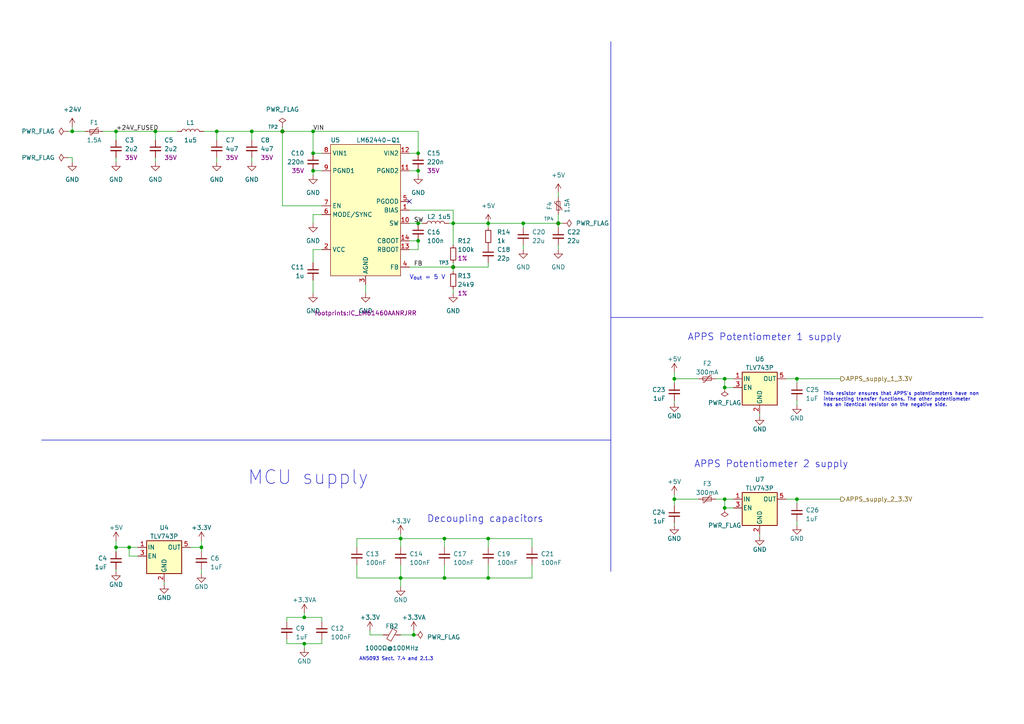
<source format=kicad_sch>
(kicad_sch (version 20230121) (generator eeschema)
  (paper "A4")
  (title_block (title "Power section") (date "2023-03-11") (rev "${REVISION}") (company "Author: Szymon Kostrubiec") (comment 1 "Reviewer:"))
  (lib_symbols
    (symbol "Connector:TestPoint_Small" (pin_numbers hide) (pin_names (offset 0.762) hide)
      (property "Reference" "TP" (at 0 3.81 0))
      (property "Value" "TestPoint_Small" (at 0 2.032 0))
      (symbol "TestPoint_Small_0_1"
        (circle (center 0 0) (radius 0.508))
      )
      (symbol "TestPoint_Small_1_1"
        (pin passive line (at 0 0 90) (length 0) (name "1") (number "1"))
      )
    )
    (symbol "Device:C_Small" (pin_numbers hide) (pin_names (offset 0.254) hide)
      (property "Reference" "C" (at 0.254 1.778 0))
      (property "Value" "C_Small" (at 0.254 -2.032 0))
      (symbol "C_Small_0_1"
        (polyline (pts (xy -1.524 -0.508) (xy 1.524 -0.508)) (stroke (width 0.3302)))
        (polyline (pts (xy -1.524 0.508) (xy 1.524 0.508)) (stroke (width 0.3048)))
      )
      (symbol "C_Small_1_1"
        (pin passive line (at 0 2.54 270) (length 2.032) (name "~") (number "1"))
        (pin passive line (at 0 -2.54 90) (length 2.032) (name "~") (number "2"))
      )
    )
    (symbol "Device:FerriteBead_Small" (pin_numbers hide) (pin_names (offset 0))
      (property "Reference" "FB" (at 1.905 1.27 0))
      (property "Value" "FerriteBead_Small" (at 1.905 -1.27 0))
      (symbol "FerriteBead_Small_0_1"
        (polyline (pts (xy 0 -1.27) (xy 0 -0.7874)))
        (polyline (pts (xy 0 0.889) (xy 0 1.2954)))
        (polyline (pts (xy -1.8288 0.2794) (xy -1.1176 1.4986) (xy 1.8288 -0.2032) (xy 1.1176 -1.4224) (xy -1.8288 0.2794)))
      )
      (symbol "FerriteBead_Small_1_1"
        (pin passive line (at 0 2.54 270) (length 1.27) (name "~") (number "1"))
        (pin passive line (at 0 -2.54 90) (length 1.27) (name "~") (number "2"))
      )
    )
    (symbol "Device:L" (pin_numbers hide) (pin_names (offset 1.016) hide)
      (property "Reference" "L" (at -1.27 0 90))
      (property "Value" "L" (at 1.905 0 90))
      (symbol "L_0_1"
        (arc (start 0 -2.54) (mid 0.6323 -1.905) (end 0 -1.27))
        (arc (start 0 -1.27) (mid 0.6323 -0.635) (end 0 0))
        (arc (start 0 0) (mid 0.6323 0.635) (end 0 1.27))
        (arc (start 0 1.27) (mid 0.6323 1.905) (end 0 2.54))
      )
      (symbol "L_1_1"
        (pin passive line (at 0 3.81 270) (length 1.27) (name "1") (number "1"))
        (pin passive line (at 0 -3.81 90) (length 1.27) (name "2") (number "2"))
      )
    )
    (symbol "Device:Polyfuse_Small" (pin_numbers hide) (pin_names (offset 0))
      (property "Reference" "F" (at -1.905 0 90))
      (property "Value" "Polyfuse_Small" (at 1.905 0 90))
      (symbol "Polyfuse_Small_0_1"
        (rectangle (start -0.508 1.27) (end 0.508 -1.27))
        (polyline (pts (xy 0 2.54) (xy 0 -2.54)))
        (polyline (pts (xy -1.016 1.27) (xy -1.016 0.762) (xy 1.016 -0.762) (xy 1.016 -1.27)))
      )
      (symbol "Polyfuse_Small_1_1"
        (pin passive line (at 0 2.54 270) (length 0.635) (name "~") (number "1"))
        (pin passive line (at 0 -2.54 90) (length 0.635) (name "~") (number "2"))
      )
    )
    (symbol "Device:R_Small" (pin_numbers hide) (pin_names (offset 0.254) hide)
      (property "Reference" "R" (at 0.762 0.508 0))
      (property "Value" "R_Small" (at 0.762 -1.016 0))
      (symbol "R_Small_0_1"
        (rectangle (start -0.762 1.778) (end 0.762 -1.778) (stroke (width 0.2032)))
      )
      (symbol "R_Small_1_1"
        (pin passive line (at 0 2.54 270) (length 0.762) (name "~") (number "1"))
        (pin passive line (at 0 -2.54 90) (length 0.762) (name "~") (number "2"))
      )
    )
    (symbol "LM62440:LM62440"
      (property "Reference" "U" (at -10.16 20.32 0))
      (property "Value" "LM62440x" (at 10.16 20.32 0))
      (symbol "LM62440_0_1"
        (rectangle (start -10.16 19.05) (end 10.16 -19.05) (fill (type background)))
      )
      (symbol "LM62440_1_1"
        (pin power_in line (at 12.7 0 180) (length 2.54) (name "BIAS") (number "1"))
        (pin output line (at 12.7 -3.81 180) (length 2.54) (name "SW") (number "10"))
        (pin power_in line (at 12.7 11.43 180) (length 2.54) (name "PGND2") (number "11"))
        (pin power_in line (at 12.7 16.51 180) (length 2.54) (name "VIN2") (number "12"))
        (pin bidirectional line (at 12.7 -11.43 180) (length 2.54) (name "RBOOT") (number "13"))
        (pin bidirectional line (at 12.7 -8.89 180) (length 2.54) (name "CBOOT") (number "14"))
        (pin passive line (at -12.7 -11.43 0) (length 2.54) (name "VCC") (number "2"))
        (pin power_in line (at 0 -21.59 90) (length 2.54) (name "AGND") (number "3"))
        (pin input line (at 12.7 -16.51 180) (length 2.54) (name "FB") (number "4"))
        (pin output line (at 12.7 2.54 180) (length 2.54) (name "PGOOD") (number "5"))
        (pin input line (at -12.7 -1.27 0) (length 2.54) (name "MODE/SYNC") (number "6"))
        (pin input line (at -12.7 1.27 0) (length 2.54) (name "EN") (number "7"))
        (pin power_in line (at -12.7 16.51 0) (length 2.54) (name "VIN1") (number "8"))
        (pin power_in line (at -12.7 11.43 0) (length 2.54) (name "PGND1") (number "9"))
      )
    )
    (symbol "Regulator_Linear:TLV73330PDBV" (pin_names (offset 0.254))
      (property "Reference" "U" (at -3.81 5.715 0))
      (property "Value" "TLV73330PDBV" (at 0 5.715 0))
      (symbol "TLV73330PDBV_0_1"
        (rectangle (start -5.08 4.445) (end 5.08 -5.08) (stroke (width 0.254)) (fill (type background)))
      )
      (symbol "TLV73330PDBV_1_1"
        (pin power_in line (at -7.62 2.54 0) (length 2.54) (name "IN") (number "1"))
        (pin power_in line (at 0 -7.62 90) (length 2.54) (name "GND") (number "2"))
        (pin input line (at -7.62 0 0) (length 2.54) (name "EN") (number "3"))
        (pin no_connect line (at 5.08 0 180) (length 2.54) hide (name "NC") (number "4"))
        (pin power_out line (at 7.62 2.54 180) (length 2.54) (name "OUT") (number "5"))
      )
    )
    (symbol "power:+24V" (power) (pin_names (offset 0))
      (property "Value" "+24V" (at 0 3.556 0))
      (symbol "+24V_0_1"
        (polyline (pts (xy -0.762 1.27) (xy 0 2.54)))
        (polyline (pts (xy 0 0) (xy 0 2.54)))
        (polyline (pts (xy 0 2.54) (xy 0.762 1.27)))
      )
      (symbol "+24V_1_1"
        (pin power_in line (at 0 0 90) (length 0) hide (name "+24V") (number "1"))
      )
    )
    (symbol "power:+3.3V" (power) (pin_names (offset 0))
      (property "Value" "+3.3V" (at 0 3.556 0))
      (symbol "+3.3V_0_1"
        (polyline (pts (xy -0.762 1.27) (xy 0 2.54)))
        (polyline (pts (xy 0 0) (xy 0 2.54)))
        (polyline (pts (xy 0 2.54) (xy 0.762 1.27)))
      )
      (symbol "+3.3V_1_1"
        (pin power_in line (at 0 0 90) (length 0) hide (name "+3.3V") (number "1"))
      )
    )
    (symbol "power:+3.3VA" (power) (pin_names (offset 0))
      (property "Value" "+3.3VA" (at 0 3.556 0))
      (symbol "+3.3VA_0_1"
        (polyline (pts (xy -0.762 1.27) (xy 0 2.54)))
        (polyline (pts (xy 0 0) (xy 0 2.54)))
        (polyline (pts (xy 0 2.54) (xy 0.762 1.27)))
      )
      (symbol "+3.3VA_1_1"
        (pin power_in line (at 0 0 90) (length 0) hide (name "+3.3VA") (number "1"))
      )
    )
    (symbol "power:+5V" (power) (pin_names (offset 0))
      (property "Value" "+5V" (at 0 3.556 0))
      (symbol "+5V_0_1"
        (polyline (pts (xy -0.762 1.27) (xy 0 2.54)))
        (polyline (pts (xy 0 0) (xy 0 2.54)))
        (polyline (pts (xy 0 2.54) (xy 0.762 1.27)))
      )
      (symbol "+5V_1_1"
        (pin power_in line (at 0 0 90) (length 0) hide (name "+5V") (number "1"))
      )
    )
    (symbol "power:GND" (power) (pin_names (offset 0))
      (property "Value" "GND" (at 0 -3.81 0))
      (symbol "GND_0_1"
        (polyline (pts (xy 0 0) (xy 0 -1.27) (xy 1.27 -1.27) (xy 0 -2.54) (xy -1.27 -1.27) (xy 0 -1.27)))
      )
      (symbol "GND_1_1"
        (pin power_in line (at 0 0 270) (length 0) hide (name "GND") (number "1"))
      )
    )
    (symbol "power:PWR_FLAG" (power) (pin_numbers hide) (pin_names (offset 0) hide)
      (property "Value" "PWR_FLAG" (at 0 3.81 0))
      (symbol "PWR_FLAG_0_0"
        (pin power_out line (at 0 0 90) (length 0) (name "pwr") (number "1"))
      )
      (symbol "PWR_FLAG_0_1"
        (polyline (pts (xy 0 0) (xy 0 1.27) (xy -1.016 1.905) (xy 0 2.54) (xy 1.016 1.905) (xy 0 1.27)))
      )
    )
  )
  (junction (at 62.865 38.1))
  (junction (at 141.605 167.64))
  (junction (at 210.185 147.32))
  (junction (at 37.465 158.75))
  (junction (at 20.955 38.1))
  (junction (at 128.905 167.64))
  (junction (at 58.42 158.75))
  (junction (at 90.805 49.53))
  (junction (at 120.015 184.15))
  (junction (at 33.655 158.75))
  (junction (at 88.265 179.07))
  (junction (at 81.915 38.1))
  (junction (at 141.605 64.77))
  (junction (at 210.185 109.855))
  (junction (at 90.805 38.1))
  (junction (at 121.285 44.45))
  (junction (at 90.805 44.45))
  (junction (at 73.025 38.1))
  (junction (at 116.205 167.64))
  (junction (at 161.925 64.77))
  (junction (at 121.285 64.77))
  (junction (at 45.085 38.1))
  (junction (at 131.445 77.47))
  (junction (at 195.58 144.78))
  (junction (at 231.14 144.78))
  (junction (at 88.265 186.69))
  (junction (at 121.285 49.53))
  (junction (at 231.14 109.855))
  (junction (at 210.185 112.395))
  (junction (at 195.58 109.855))
  (junction (at 121.285 69.85))
  (junction (at 151.765 64.77))
  (junction (at 116.205 156.21))
  (junction (at 33.655 38.1))
  (junction (at 210.185 144.78))
  (junction (at 131.445 64.77))
  (junction (at 128.905 156.21))
  (junction (at 141.605 156.21))
  (no_connect (at 118.745 58.42))
  (wire (pts (xy 81.915 59.69) (xy 81.915 38.1)))
  (wire (pts (xy 90.805 76.2) (xy 90.805 72.39)))
  (wire (pts (xy 227.965 144.78) (xy 231.14 144.78)))
  (wire (pts (xy 131.445 60.96) (xy 131.445 64.77)))
  (wire (pts (xy 220.345 120.015) (xy 220.345 120.65)))
  (wire (pts (xy 210.185 144.78) (xy 210.185 147.32)))
  (wire (pts (xy 103.505 167.64) (xy 103.505 163.83)))
  (wire (pts (xy 141.605 64.77) (xy 151.765 64.77)))
  (wire (pts (xy 195.58 116.205) (xy 195.58 116.84)))
  (wire (pts (xy 83.185 185.42) (xy 83.185 186.69)))
  (wire (pts (xy 151.765 64.77) (xy 151.765 66.04)))
  (wire (pts (xy 88.265 177.8) (xy 88.265 179.07)))
  (wire (pts (xy 83.185 179.07) (xy 88.265 179.07)))
  (wire (pts (xy 73.025 45.72) (xy 73.025 46.99)))
  (wire (pts (xy 58.42 158.75) (xy 58.42 160.02)))
  (wire (pts (xy 141.605 64.77) (xy 141.605 66.04)))
  (wire (pts (xy 107.315 184.15) (xy 111.125 184.15)))
  (polyline (pts (xy 177.165 127.635) (xy 177.165 92.075)))
  (wire (pts (xy 20.955 45.72) (xy 20.955 46.99)))
  (wire (pts (xy 33.655 38.1) (xy 45.085 38.1)))
  (wire (pts (xy 195.58 107.95) (xy 195.58 109.855)))
  (wire (pts (xy 81.915 38.1) (xy 90.805 38.1)))
  (wire (pts (xy 195.58 111.125) (xy 195.58 109.855)))
  (wire (pts (xy 231.14 151.13) (xy 231.14 152.4)))
  (wire (pts (xy 81.915 59.69) (xy 93.345 59.69)))
  (polyline (pts (xy 177.165 12.065) (xy 177.165 92.075)))
  (wire (pts (xy 231.14 116.205) (xy 231.14 117.475)))
  (wire (pts (xy 161.925 71.12) (xy 161.925 72.39)))
  (wire (pts (xy 118.745 64.77) (xy 121.285 64.77)))
  (wire (pts (xy 90.805 62.23) (xy 93.345 62.23)))
  (wire (pts (xy 47.625 168.91) (xy 47.625 169.545)))
  (wire (pts (xy 90.805 72.39) (xy 93.345 72.39)))
  (wire (pts (xy 131.445 64.77) (xy 131.445 71.12)))
  (wire (pts (xy 141.605 167.64) (xy 128.905 167.64)))
  (wire (pts (xy 107.315 182.88) (xy 107.315 184.15)))
  (wire (pts (xy 45.085 38.1) (xy 51.435 38.1)))
  (wire (pts (xy 19.685 45.72) (xy 20.955 45.72)))
  (wire (pts (xy 131.445 83.82) (xy 131.445 85.09)))
  (wire (pts (xy 90.805 38.1) (xy 90.805 44.45)))
  (wire (pts (xy 55.245 158.75) (xy 58.42 158.75)))
  (wire (pts (xy 83.185 180.34) (xy 83.185 179.07)))
  (wire (pts (xy 151.765 64.77) (xy 161.925 64.77)))
  (wire (pts (xy 45.085 38.1) (xy 45.085 40.64)))
  (wire (pts (xy 88.265 179.07) (xy 93.345 179.07)))
  (wire (pts (xy 62.865 38.1) (xy 73.025 38.1)))
  (wire (pts (xy 227.965 109.855) (xy 231.14 109.855)))
  (wire (pts (xy 45.085 45.72) (xy 45.085 46.99)))
  (wire (pts (xy 128.905 163.83) (xy 128.905 167.64)))
  (wire (pts (xy 33.655 158.75) (xy 37.465 158.75)))
  (wire (pts (xy 118.745 69.85) (xy 121.285 69.85)))
  (wire (pts (xy 141.605 156.21) (xy 141.605 158.75)))
  (wire (pts (xy 118.745 60.96) (xy 131.445 60.96)))
  (wire (pts (xy 93.345 186.69) (xy 93.345 185.42)))
  (wire (pts (xy 116.205 163.83) (xy 116.205 167.64)))
  (wire (pts (xy 210.185 144.78) (xy 212.725 144.78)))
  (wire (pts (xy 116.205 154.94) (xy 116.205 156.21)))
  (wire (pts (xy 207.645 144.78) (xy 210.185 144.78)))
  (wire (pts (xy 121.285 72.39) (xy 121.285 69.85)))
  (wire (pts (xy 231.14 144.78) (xy 231.14 146.05)))
  (wire (pts (xy 195.58 144.78) (xy 195.58 146.685)))
  (wire (pts (xy 154.305 163.83) (xy 154.305 167.64)))
  (wire (pts (xy 154.305 158.75) (xy 154.305 156.21)))
  (wire (pts (xy 103.505 156.21) (xy 116.205 156.21)))
  (wire (pts (xy 195.58 151.765) (xy 195.58 152.4)))
  (wire (pts (xy 121.285 44.45) (xy 118.745 44.45)))
  (wire (pts (xy 116.205 156.21) (xy 128.905 156.21)))
  (wire (pts (xy 161.925 62.23) (xy 161.925 64.77)))
  (wire (pts (xy 88.265 186.69) (xy 88.265 187.96)))
  (wire (pts (xy 131.445 64.77) (xy 141.605 64.77)))
  (wire (pts (xy 128.905 167.64) (xy 116.205 167.64)))
  (wire (pts (xy 207.645 109.855) (xy 210.185 109.855)))
  (wire (pts (xy 118.745 77.47) (xy 131.445 77.47)))
  (wire (pts (xy 90.805 81.28) (xy 90.805 85.09)))
  (wire (pts (xy 33.655 160.02) (xy 33.655 158.75)))
  (wire (pts (xy 33.655 38.1) (xy 33.655 40.64)))
  (wire (pts (xy 131.445 78.74) (xy 131.445 77.47)))
  (wire (pts (xy 90.805 49.53) (xy 90.805 50.8)))
  (wire (pts (xy 121.285 49.53) (xy 121.285 50.8)))
  (wire (pts (xy 116.205 184.15) (xy 120.015 184.15)))
  (polyline (pts (xy 177.165 165.735) (xy 177.165 127.635)))
  (wire (pts (xy 90.805 49.53) (xy 93.345 49.53)))
  (wire (pts (xy 220.345 154.94) (xy 220.345 155.575)))
  (wire (pts (xy 62.865 38.1) (xy 62.865 40.64)))
  (wire (pts (xy 130.175 64.77) (xy 131.445 64.77)))
  (wire (pts (xy 118.745 72.39) (xy 121.285 72.39)))
  (wire (pts (xy 154.305 167.64) (xy 141.605 167.64)))
  (wire (pts (xy 19.685 38.1) (xy 20.955 38.1)))
  (wire (pts (xy 210.185 109.855) (xy 210.185 112.395)))
  (wire (pts (xy 195.58 143.51) (xy 195.58 144.78)))
  (polyline (pts (xy 177.165 92.075) (xy 285.115 92.075)))
  (wire (pts (xy 58.42 165.1) (xy 58.42 166.37)))
  (wire (pts (xy 154.305 156.21) (xy 141.605 156.21)))
  (wire (pts (xy 33.655 45.72) (xy 33.655 46.99)))
  (wire (pts (xy 212.725 112.395) (xy 210.185 112.395)))
  (wire (pts (xy 195.58 144.78) (xy 202.565 144.78)))
  (wire (pts (xy 58.42 156.845) (xy 58.42 158.75)))
  (wire (pts (xy 90.805 38.1) (xy 121.285 38.1)))
  (wire (pts (xy 81.915 36.83) (xy 81.915 38.1)))
  (wire (pts (xy 33.655 165.1) (xy 33.655 165.735)))
  (wire (pts (xy 73.025 38.1) (xy 73.025 40.64)))
  (wire (pts (xy 106.045 82.55) (xy 106.045 85.09)))
  (wire (pts (xy 195.58 109.855) (xy 202.565 109.855)))
  (wire (pts (xy 231.14 109.855) (xy 231.14 111.125)))
  (wire (pts (xy 93.345 179.07) (xy 93.345 180.34)))
  (wire (pts (xy 131.445 76.2) (xy 131.445 77.47)))
  (wire (pts (xy 121.285 38.1) (xy 121.285 44.45)))
  (wire (pts (xy 59.055 38.1) (xy 62.865 38.1)))
  (wire (pts (xy 161.925 64.77) (xy 161.925 66.04)))
  (wire (pts (xy 231.14 109.855) (xy 243.84 109.855)))
  (wire (pts (xy 37.465 158.75) (xy 37.465 161.29)))
  (wire (pts (xy 210.185 109.855) (xy 212.725 109.855)))
  (wire (pts (xy 141.605 163.83) (xy 141.605 167.64)))
  (wire (pts (xy 128.905 156.21) (xy 141.605 156.21)))
  (wire (pts (xy 120.015 184.15) (xy 120.015 182.88)))
  (wire (pts (xy 161.925 64.77) (xy 163.195 64.77)))
  (wire (pts (xy 141.605 76.2) (xy 141.605 77.47)))
  (wire (pts (xy 128.905 156.21) (xy 128.905 158.75)))
  (wire (pts (xy 88.265 186.69) (xy 93.345 186.69)))
  (wire (pts (xy 116.205 156.21) (xy 116.205 158.75)))
  (wire (pts (xy 116.205 167.64) (xy 116.205 170.18)))
  (wire (pts (xy 118.745 49.53) (xy 121.285 49.53)))
  (wire (pts (xy 73.025 38.1) (xy 81.915 38.1)))
  (wire (pts (xy 161.925 55.88) (xy 161.925 57.15)))
  (wire (pts (xy 231.14 144.78) (xy 243.84 144.78)))
  (wire (pts (xy 20.955 38.1) (xy 24.765 38.1)))
  (wire (pts (xy 151.765 71.12) (xy 151.765 72.39)))
  (wire (pts (xy 212.725 147.32) (xy 210.185 147.32)))
  (polyline (pts (xy 12.065 127.635) (xy 177.165 127.635)))
  (wire (pts (xy 29.845 38.1) (xy 33.655 38.1)))
  (wire (pts (xy 20.955 36.83) (xy 20.955 38.1)))
  (wire (pts (xy 40.005 161.29) (xy 37.465 161.29)))
  (wire (pts (xy 62.865 45.72) (xy 62.865 46.99)))
  (wire (pts (xy 122.555 64.77) (xy 121.285 64.77)))
  (wire (pts (xy 33.655 156.845) (xy 33.655 158.75)))
  (wire (pts (xy 103.505 158.75) (xy 103.505 156.21)))
  (wire (pts (xy 141.605 77.47) (xy 131.445 77.47)))
  (wire (pts (xy 93.345 44.45) (xy 90.805 44.45)))
  (wire (pts (xy 90.805 64.77) (xy 90.805 62.23)))
  (wire (pts (xy 116.205 167.64) (xy 103.505 167.64)))
  (wire (pts (xy 37.465 158.75) (xy 40.005 158.75)))
  (wire (pts (xy 83.185 186.69) (xy 88.265 186.69)))
  (image (at -68.58 57.785) (scale 1.50772))
  (text "APPS Potentiometer 2 supply" (at 201.295 135.89 0) (effects (font (size 2 2)) (justify left bottom)))
  (text "V_{out} = 5 V" (at 118.745 81.28 0) (effects (font (size 1.27 1.27)) (justify left bottom)))
  (text "Decoupling capacitors" (at 123.825 151.765 0) (effects (font (size 2 2)) (justify left bottom)))
  (text "AN5093 Sect. 7.4 and 2.1.3" (at 104.14 191.77 0) (effects (font (size 1 1)) (justify left bottom)))
  (text "This resistor ensures that APPS's potentiometers have non \nintersecting transfer functions. The other potentiometer \nhas an identical resistor on the negative side." (at 238.76 118.11 0) (effects (font (size 1 1)) (justify left bottom)))
  (text "APPS Potentiometer 1 supply" (at 199.39 99.06 0) (effects (font (size 2 2)) (justify left bottom)))
  (text "MCU supply" (at 71.755 140.97 0) (effects (font (size 4 4)) (justify left bottom)))
  (label "VIN" (at 90.805 38.1 0))
  (label "FB" (at 120.015 77.47 0))
  (label "+24V_FUSED" (at 33.655 38.1 0))
  (label "SW" (at 120.015 64.77 0))
  (hierarchical_label "APPS_supply_2_3.3V" (shape output) (at 243.84 144.78 0))
  (hierarchical_label "APPS_supply_1_3.3V" (shape output) (at 243.84 109.855 0))
  (symbol (lib_id "power:PWR_FLAG") (at 163.195 64.77 270) (unit 1)
    (property "Reference" "#FLG06" (effects hide))
    (property "Value" "PWR_FLAG" (at 167.005 64.77 90) (effects (justify left)))
  )
  (symbol (lib_id "power:PWR_FLAG") (at 210.185 112.395 180) (unit 1)
    (property "Reference" "#FLG07" (effects hide))
    (property "Value" "PWR_FLAG" (at 210.185 116.84 0))
  )
  (symbol (lib_id "Device:C_Small") (at 90.805 78.74 0) (unit 1)
    (property "Reference" "C11" (at 88.265 77.47 0) (effects (justify right)))
    (property "Value" "1u" (at 88.265 80.01 0) (effects (justify right)))
    (property "Footprint" "Capacitor_SMD:C_0603_1608Metric" (effects hide))
  )
  (symbol (lib_id "power:GND") (at 121.285 50.8 0) (unit 1)
    (property "Reference" "#PWR047" (effects hide))
    (property "Value" "GND" (at 121.285 55.88 0))
  )
  (symbol (lib_id "Device:C_Small") (at 33.655 162.56 0) (mirror y) (unit 1)
    (property "Reference" "C4" (at 31.115 161.9313 0) (effects (justify left)))
    (property "Value" "1uF" (at 31.115 164.4713 0) (effects (justify left)))
    (property "Footprint" "Capacitor_SMD:C_0402_1005Metric_Pad0.74x0.62mm_HandSolder" (effects hide))
  )
  (symbol (lib_id "Device:C_Small") (at 195.58 113.665 0) (mirror y) (unit 1)
    (property "Reference" "C23" (at 193.04 113.0363 0) (effects (justify left)))
    (property "Value" "1uF" (at 193.04 115.5763 0) (effects (justify left)))
    (property "Footprint" "Capacitor_SMD:C_0402_1005Metric_Pad0.74x0.62mm_HandSolder" (effects hide))
  )
  (symbol (lib_id "power:+5V") (at 141.605 64.77 0) (unit 1)
    (property "Reference" "#PWR0197" (effects hide))
    (property "Value" "+5V" (at 141.605 59.69 0))
  )
  (symbol (lib_id "Regulator_Linear:TLV73330PDBV") (at 220.345 147.32 0) (unit 1)
    (property "Reference" "U7" (at 220.345 139.065 0))
    (property "Value" "TLV743P" (at 220.345 141.605 0))
    (property "Footprint" "Package_TO_SOT_SMD:SOT-23-5_HandSoldering" (effects hide))
    (property "Datasheet" "https://www.mouser.pl/ProductDetail/Texas-Instruments/TLV74333PDBVR?qs=EU6FO9ffTwe08kePOwcQGA%3D%3D" (effects hide))
  )
  (symbol (lib_id "power:GND") (at 90.805 50.8 0) (unit 1)
    (property "Reference" "#PWR039" (effects hide))
    (property "Value" "GND" (at 90.805 55.88 0))
    (instances (project "PUTM_EV_Frontbox_2023" (path "" (reference "#PWR039") (unit 1))) (project "suspension_tension_meter" (path "" (reference "#PWR?") (unit 1))))
  )
  (symbol (lib_id "Device:C_Small") (at 116.205 161.29 0) (unit 1)
    (property "Reference" "C14" (at 118.745 160.6613 0) (effects (justify left)))
    (property "Value" "100nF" (at 118.745 163.2013 0) (effects (justify left)))
    (property "Footprint" "Capacitor_SMD:C_0402_1005Metric_Pad0.74x0.62mm_HandSolder" (effects hide))
  )
  (symbol (lib_id "Device:C_Small") (at 33.655 43.18 0) (mirror y) (unit 1)
    (property "Reference" "C3" (at 36.195 40.64 0) (effects (justify right)))
    (property "Value" "2u2" (at 36.195 43.18 0) (effects (justify right)))
    (property "Footprint" "Capacitor_SMD:C_0805_2012Metric" (effects hide))
    (property "Rated Voltage" "35V" (at 36.195 45.72 0) (effects (justify right)))
  )
  (symbol (lib_id "power:+3.3VA") (at 120.015 182.88 0) (unit 1)
    (property "Reference" "#PWR046" (effects hide))
    (property "Value" "+3.3VA" (at 120.015 179.07 0))
  )
  (symbol (lib_id "Connector:TestPoint_Small") (at 161.925 64.77 0) (unit 1)
    (property "Reference" "TP4" (at 160.655 63.5 0) (effects (font (size 1 1)) (justify right)))
    (property "Value" "TestPoint_Small" (effects hide))
    (property "Footprint" "TestPoint:TestPoint_Pad_D1.0mm" (effects hide))
  )
  (symbol (lib_id "Regulator_Linear:TLV73330PDBV") (at 47.625 161.29 0) (unit 1)
    (property "Reference" "U4" (at 47.625 153.035 0))
    (property "Value" "TLV743P" (at 47.625 155.575 0))
    (property "Footprint" "Package_TO_SOT_SMD:SOT-23-5_HandSoldering" (effects hide))
    (property "Datasheet" "https://www.mouser.pl/ProductDetail/Texas-Instruments/TLV74333PDBVR?qs=EU6FO9ffTwe08kePOwcQGA%3D%3D" (effects hide))
  )
  (symbol (lib_id "power:GND") (at 116.205 170.18 0) (unit 1)
    (property "Reference" "#PWR045" (effects hide))
    (property "Value" "GND" (at 116.205 173.99 0))
  )
  (symbol (lib_id "power:GND") (at 106.045 85.09 0) (unit 1)
    (property "Reference" "#PWR042" (effects hide))
    (property "Value" "GND" (at 106.045 90.17 0))
    (instances (project "PUTM_EV_Frontbox_2023" (path "" (reference "#PWR042") (unit 1))) (project "suspension_tension_meter" (path "" (reference "#PWR?") (unit 1))))
  )
  (symbol (lib_id "Device:Polyfuse_Small") (at 27.305 38.1 90) (unit 1)
    (property "Reference" "F1" (at 27.305 35.56 90))
    (property "Value" "1.5A" (at 27.305 40.64 90))
    (property "Footprint" "Fuse:Fuse_1812_4532Metric" (effects hide))
    (property "Datasheet" "https://www.mouser.pl/datasheet/2/87/eaton_pts1812_6_60_volt_dc_surface_mount_resettabl-1608747.pdf" (effects hide))
    (property "Component" "PTS181233V075" (effects hide))
    (instances (project "PUTM_EV_Frontbox_2023" (path "" (reference "F1") (unit 1))) (project "suspension_tension_meter" (path "" (reference "F?") (unit 1))))
  )
  (symbol (lib_id "Device:R_Small") (at 141.605 68.58 0) (unit 1)
    (property "Reference" "R14" (at 144.145 67.31 0) (effects (justify left)))
    (property "Value" "1k" (at 144.145 69.85 0) (effects (justify left)))
    (property "Footprint" "Resistor_SMD:R_0603_1608Metric" (effects hide))
  )
  (symbol (lib_id "power:GND") (at 231.14 152.4 0) (unit 1)
    (property "Reference" "#PWR059" (effects hide))
    (property "Value" "GND" (at 231.14 156.21 0))
  )
  (symbol (lib_id "Device:L") (at 55.245 38.1 90) (unit 1)
    (property "Reference" "L1" (at 55.245 35.56 90))
    (property "Value" "1u5" (at 55.245 40.64 90))
    (property "Footprint" "Inductor_SMD:L_Abracon_ASPI-4030S" (effects hide))
    (property "Datasheet" "https://www.mouser.pl/datasheet/2/3/ASPI-4030S-1774929.pdf" (effects hide))
  )
  (symbol (lib_id "Device:L") (at 126.365 64.77 90) (unit 1)
    (property "Reference" "L2" (at 125.095 62.865 90))
    (property "Value" "1u5" (at 128.905 62.865 90))
    (property "Footprint" "Inductor_SMD:L_Abracon_ASPI-4030S" (effects hide))
    (property "Datasheet" "https://www.mouser.pl/datasheet/2/3/ASPI-4030S-1774929.pdf" (effects hide))
  )
  (symbol (lib_id "power:GND") (at 220.345 155.575 0) (unit 1)
    (property "Reference" "#PWR057" (effects hide))
    (property "Value" "GND" (at 220.345 159.385 0))
  )
  (symbol (lib_id "power:PWR_FLAG") (at 120.015 184.15 270) (unit 1)
    (property "Reference" "#FLG05" (effects hide))
    (property "Value" "PWR_FLAG" (at 123.825 184.785 90) (effects (justify left)))
  )
  (symbol (lib_id "power:+3.3V") (at 58.42 156.845 0) (unit 1)
    (property "Reference" "#PWR033" (effects hide))
    (property "Value" "+3.3V" (at 58.42 153.035 0))
  )
  (symbol (lib_id "power:GND") (at 90.805 64.77 0) (unit 1)
    (property "Reference" "#PWR040" (effects hide))
    (property "Value" "GND" (at 90.805 69.85 0))
  )
  (symbol (lib_id "Device:Polyfuse_Small") (at 205.105 144.78 90) (unit 1)
    (property "Reference" "F3" (at 205.105 140.335 90))
    (property "Value" "300mA" (at 205.105 142.875 90))
    (property "Footprint" "Fuse:Fuse_0603_1608Metric_Pad1.05x0.95mm_HandSolder" (effects hide))
    (property "Datasheet" "https://www.mouser.pl/datasheet/2/447/YAGO_S_A0011407805_1-2572780.pdf" (effects hide))
  )
  (symbol (lib_id "Device:Polyfuse_Small") (at 161.925 59.69 180) (unit 1)
    (property "Reference" "F4" (at 159.385 59.69 90))
    (property "Value" "1.5A" (at 164.465 59.69 90))
    (property "Footprint" "Fuse:Fuse_1812_4532Metric" (effects hide))
    (property "Datasheet" "https://www.mouser.pl/datasheet/2/87/eaton_pts1812_6_60_volt_dc_surface_mount_resettabl-1608747.pdf" (effects hide))
    (property "Component" "PTS181233V075" (effects hide))
  )
  (symbol (lib_id "Device:C_Small") (at 62.865 43.18 0) (mirror y) (unit 1)
    (property "Reference" "C7" (at 65.405 40.64 0) (effects (justify right)))
    (property "Value" "4u7" (at 65.405 43.18 0) (effects (justify right)))
    (property "Footprint" "Capacitor_SMD:C_0805_2012Metric" (effects hide))
    (property "Rated Voltage" "35V" (at 65.405 45.72 0) (effects (justify right)))
  )
  (symbol (lib_id "Device:C_Small") (at 151.765 68.58 0) (mirror y) (unit 1)
    (property "Reference" "C20" (at 154.305 67.31 0) (effects (justify right)))
    (property "Value" "22u" (at 154.305 69.85 0) (effects (justify right)))
    (property "Footprint" "Capacitor_SMD:C_0603_1608Metric" (effects hide))
  )
  (symbol (lib_id "Device:C_Small") (at 45.085 43.18 0) (mirror y) (unit 1)
    (property "Reference" "C5" (at 47.625 40.64 0) (effects (justify right)))
    (property "Value" "2u2" (at 47.625 43.18 0) (effects (justify right)))
    (property "Footprint" "Capacitor_SMD:C_0805_2012Metric" (effects hide))
    (property "Rated Voltage" "35V" (at 47.625 45.72 0) (effects (justify right)))
  )
  (symbol (lib_id "Device:C_Small") (at 161.925 68.58 0) (mirror y) (unit 1)
    (property "Reference" "C22" (at 164.465 67.31 0) (effects (justify right)))
    (property "Value" "22u" (at 164.465 69.85 0) (effects (justify right)))
    (property "Footprint" "Capacitor_SMD:C_0603_1608Metric" (effects hide))
  )
  (symbol (lib_id "Device:C_Small") (at 141.605 161.29 0) (unit 1)
    (property "Reference" "C19" (at 144.145 160.6613 0) (effects (justify left)))
    (property "Value" "100nF" (at 144.145 163.2013 0) (effects (justify left)))
    (property "Footprint" "Capacitor_SMD:C_0402_1005Metric_Pad0.74x0.62mm_HandSolder" (effects hide))
  )
  (symbol (lib_id "Connector:TestPoint_Small") (at 131.445 77.47 0) (unit 1)
    (property "Reference" "TP3" (at 130.175 76.2 0) (effects (font (size 1 1)) (justify right)))
    (property "Value" "TestPoint_Small" (effects hide))
    (property "Footprint" "TestPoint:TestPoint_Pad_D1.0mm" (effects hide))
  )
  (symbol (lib_id "power:+5V") (at 33.655 156.845 0) (unit 1)
    (property "Reference" "#PWR029" (effects hide))
    (property "Value" "+5V" (at 33.655 153.035 0))
  )
  (symbol (lib_id "Device:C_Small") (at 121.285 46.99 0) (mirror y) (unit 1)
    (property "Reference" "C15" (at 123.825 44.45 0) (effects (justify right)))
    (property "Value" "220n" (at 123.825 46.99 0) (effects (justify right)))
    (property "Footprint" "Capacitor_SMD:C_0805_2012Metric" (effects hide))
    (property "Rated Voltage" "35V" (at 123.825 49.53 0) (effects (justify right)))
  )
  (symbol (lib_id "power:GND") (at 131.445 85.09 0) (unit 1)
    (property "Reference" "#PWR048" (effects hide))
    (property "Value" "GND" (at 131.445 90.17 0))
    (instances (project "PUTM_EV_Frontbox_2023" (path "" (reference "#PWR048") (unit 1))) (project "suspension_tension_meter" (path "" (reference "#PWR?") (unit 1))))
  )
  (symbol (lib_id "power:GND") (at 88.265 187.96 0) (unit 1)
    (property "Reference" "#PWR038" (effects hide))
    (property "Value" "GND" (at 88.265 191.77 0))
  )
  (symbol (lib_id "Device:C_Small") (at 195.58 149.225 0) (mirror y) (unit 1)
    (property "Reference" "C24" (at 193.04 148.5963 0) (effects (justify left)))
    (property "Value" "1uF" (at 193.04 151.1363 0) (effects (justify left)))
    (property "Footprint" "Capacitor_SMD:C_0402_1005Metric_Pad0.74x0.62mm_HandSolder" (effects hide))
  )
  (symbol (lib_id "power:+5V") (at 195.58 143.51 0) (unit 1)
    (property "Reference" "#PWR054" (effects hide))
    (property "Value" "+5V" (at 195.58 139.7 0))
  )
  (symbol (lib_id "Regulator_Linear:TLV73330PDBV") (at 220.345 112.395 0) (unit 1)
    (property "Reference" "U6" (at 220.345 104.14 0))
    (property "Value" "TLV743P" (at 220.345 106.68 0))
    (property "Footprint" "Package_TO_SOT_SMD:SOT-23-5_HandSoldering" (effects hide))
    (property "Datasheet" "https://www.mouser.pl/ProductDetail/Texas-Instruments/TLV74333PDBVR?qs=EU6FO9ffTwe08kePOwcQGA%3D%3D" (effects hide))
  )
  (symbol (lib_id "power:GND") (at 220.345 120.65 0) (unit 1)
    (property "Reference" "#PWR056" (effects hide))
    (property "Value" "GND" (at 220.345 124.46 0))
  )
  (symbol (lib_id "Device:C_Small") (at 73.025 43.18 0) (mirror y) (unit 1)
    (property "Reference" "C8" (at 75.565 40.64 0) (effects (justify right)))
    (property "Value" "4u7" (at 75.565 43.18 0) (effects (justify right)))
    (property "Footprint" "Capacitor_SMD:C_0805_2012Metric" (effects hide))
    (property "Rated Voltage" "35V" (at 75.565 45.72 0) (effects (justify right)))
  )
  (symbol (lib_id "power:PWR_FLAG") (at 210.185 147.32 180) (unit 1)
    (property "Reference" "#FLG08" (effects hide))
    (property "Value" "PWR_FLAG" (at 210.185 152.4 0))
  )
  (symbol (lib_id "Connector:TestPoint_Small") (at 81.915 38.1 0) (unit 1)
    (property "Reference" "TP2" (at 80.645 36.83 0) (effects (font (size 1 1)) (justify right)))
    (property "Value" "TestPoint_Small" (effects hide))
    (property "Footprint" "TestPoint:TestPoint_Pad_D1.0mm" (effects hide))
  )
  (symbol (lib_id "power:PWR_FLAG") (at 19.685 45.72 90) (unit 1)
    (property "Reference" "#FLG03" (effects hide))
    (property "Value" "PWR_FLAG" (at 15.875 45.72 90) (effects (justify left)))
    (instances (project "PUTM_EV_Frontbox_2023" (path "" (reference "#FLG03") (unit 1))) (project "suspension_tension_meter" (path "" (reference "#FLG?") (unit 1))))
  )
  (symbol (lib_id "Device:R_Small") (at 131.445 73.66 0) (unit 1)
    (property "Reference" "R12" (at 132.715 69.85 0) (effects (justify left)))
    (property "Value" "100k" (at 132.715 72.39 0) (effects (justify left)))
    (property "Footprint" "Resistor_SMD:R_0603_1608Metric" (effects hide))
    (property "Tolerance" "1%" (at 132.715 74.93 0) (effects (justify left)))
  )
  (symbol (lib_id "power:GND") (at 47.625 169.545 0) (unit 1)
    (property "Reference" "#PWR032" (effects hide))
    (property "Value" "GND" (at 47.625 173.355 0))
  )
  (symbol (lib_id "power:GND") (at 20.955 46.99 0) (unit 1)
    (property "Reference" "#PWR027" (effects hide))
    (property "Value" "GND" (at 20.955 52.07 0))
    (instances (project "PUTM_EV_Frontbox_2023" (path "" (reference "#PWR027") (unit 1))) (project "suspension_tension_meter" (path "" (reference "#PWR?") (unit 1))))
  )
  (symbol (lib_id "power:+5V") (at 195.58 107.95 0) (unit 1)
    (property "Reference" "#PWR052" (effects hide))
    (property "Value" "+5V" (at 195.58 104.14 0))
  )
  (symbol (lib_id "power:+24V") (at 20.955 36.83 0) (unit 1)
    (property "Reference" "#PWR026" (effects hide))
    (property "Value" "+24V" (at 20.955 31.75 0))
  )
  (symbol (lib_id "Device:C_Small") (at 58.42 162.56 0) (unit 1)
    (property "Reference" "C6" (at 60.96 161.9313 0) (effects (justify left)))
    (property "Value" "1uF" (at 60.96 164.4713 0) (effects (justify left)))
    (property "Footprint" "Capacitor_SMD:C_0402_1005Metric_Pad0.74x0.62mm_HandSolder" (effects hide))
  )
  (symbol (lib_id "power:GND") (at 161.925 72.39 0) (unit 1)
    (property "Reference" "#PWR051" (effects hide))
    (property "Value" "GND" (at 161.925 77.47 0))
    (instances (project "PUTM_EV_Frontbox_2023" (path "" (reference "#PWR051") (unit 1))) (project "suspension_tension_meter" (path "" (reference "#PWR?") (unit 1))))
  )
  (symbol (lib_id "power:GND") (at 33.655 165.735 0) (unit 1)
    (property "Reference" "#PWR030" (effects hide))
    (property "Value" "GND" (at 33.655 169.545 0))
  )
  (symbol (lib_id "power:PWR_FLAG") (at 81.915 36.83 0) (unit 1)
    (property "Reference" "#FLG04" (effects hide))
    (property "Value" "PWR_FLAG" (at 81.915 31.75 0))
    (instances (project "PUTM_EV_Frontbox_2023" (path "" (reference "#FLG04") (unit 1))) (project "suspension_tension_meter" (path "" (reference "#FLG?") (unit 1))))
  )
  (symbol (lib_id "Device:C_Small") (at 141.605 73.66 0) (mirror y) (unit 1)
    (property "Reference" "C18" (at 144.145 72.39 0) (effects (justify right)))
    (property "Value" "22p" (at 144.145 74.93 0) (effects (justify right)))
    (property "Footprint" "Capacitor_SMD:C_0603_1608Metric" (effects hide))
  )
  (symbol (lib_id "power:+3.3V") (at 107.315 182.88 0) (unit 1)
    (property "Reference" "#PWR043" (effects hide))
    (property "Value" "+3.3V" (at 107.315 179.07 0))
  )
  (symbol (lib_id "Device:C_Small") (at 103.505 161.29 0) (unit 1)
    (property "Reference" "C13" (at 106.045 160.6613 0) (effects (justify left)))
    (property "Value" "100nF" (at 106.045 163.2013 0) (effects (justify left)))
    (property "Footprint" "Capacitor_SMD:C_0402_1005Metric_Pad0.74x0.62mm_HandSolder" (effects hide))
  )
  (symbol (lib_id "power:PWR_FLAG") (at 19.685 38.1 90) (unit 1)
    (property "Reference" "#FLG02" (effects hide))
    (property "Value" "PWR_FLAG" (at 15.875 38.1 90) (effects (justify left)))
    (instances (project "PUTM_EV_Frontbox_2023" (path "" (reference "#FLG02") (unit 1))) (project "suspension_tension_meter" (path "" (reference "#FLG?") (unit 1))))
  )
  (symbol (lib_id "power:GND") (at 195.58 152.4 0) (unit 1)
    (property "Reference" "#PWR055" (effects hide))
    (property "Value" "GND" (at 195.58 156.21 0))
  )
  (symbol (lib_id "Device:C_Small") (at 154.305 161.29 0) (unit 1)
    (property "Reference" "C21" (at 156.845 160.6613 0) (effects (justify left)))
    (property "Value" "100nF" (at 156.845 163.2013 0) (effects (justify left)))
    (property "Footprint" "Capacitor_SMD:C_0402_1005Metric_Pad0.74x0.62mm_HandSolder" (effects hide))
  )
  (symbol (lib_id "power:GND") (at 73.025 46.99 0) (unit 1)
    (property "Reference" "#PWR036" (effects hide))
    (property "Value" "GND" (at 73.025 52.07 0))
    (instances (project "PUTM_EV_Frontbox_2023" (path "" (reference "#PWR036") (unit 1))) (project "suspension_tension_meter" (path "" (reference "#PWR?") (unit 1))))
  )
  (symbol (lib_id "power:GND") (at 58.42 166.37 0) (unit 1)
    (property "Reference" "#PWR034" (effects hide))
    (property "Value" "GND" (at 58.42 170.18 0))
  )
  (symbol (lib_id "Device:C_Small") (at 93.345 182.88 0) (unit 1)
    (property "Reference" "C12" (at 95.885 182.2513 0) (effects (justify left)))
    (property "Value" "100nF" (at 95.885 184.7913 0) (effects (justify left)))
    (property "Footprint" "Capacitor_SMD:C_0402_1005Metric_Pad0.74x0.62mm_HandSolder" (effects hide))
  )
  (symbol (lib_id "Device:R_Small") (at 131.445 81.28 0) (unit 1)
    (property "Reference" "R13" (at 132.715 80.01 0) (effects (justify left)))
    (property "Value" "24k9" (at 132.715 82.55 0) (effects (justify left)))
    (property "Footprint" "Resistor_SMD:R_0603_1608Metric" (effects hide))
    (property "Tolerance" "1%" (at 132.715 85.09 0) (effects (justify left)))
  )
  (symbol (lib_id "LM62440:LM62440") (at 106.045 60.96 0) (unit 1)
    (property "Reference" "U5" (at 95.885 40.64 0) (effects (justify left)))
    (property "Value" "LM62440-Q1" (at 116.205 40.64 0) (effects (justify right)))
    (property "Footprint" "footprints:IC_LM61460AANRJRR" (at 106.045 90.805 0))
    (property "Datasheet" "https://www.ti.com/lit/gpn/lm62440-q1" (effects hide))
  )
  (symbol (lib_id "power:GND") (at 195.58 116.84 0) (unit 1)
    (property "Reference" "#PWR053" (effects hide))
    (property "Value" "GND" (at 195.58 120.65 0))
  )
  (symbol (lib_id "power:GND") (at 45.085 46.99 0) (unit 1)
    (property "Reference" "#PWR031" (effects hide))
    (property "Value" "GND" (at 45.085 52.07 0))
    (instances (project "PUTM_EV_Frontbox_2023" (path "" (reference "#PWR031") (unit 1))) (project "suspension_tension_meter" (path "" (reference "#PWR?") (unit 1))))
  )
  (symbol (lib_id "power:GND") (at 151.765 72.39 0) (unit 1)
    (property "Reference" "#PWR049" (effects hide))
    (property "Value" "GND" (at 151.765 77.47 0))
    (instances (project "PUTM_EV_Frontbox_2023" (path "" (reference "#PWR049") (unit 1))) (project "suspension_tension_meter" (path "" (reference "#PWR?") (unit 1))))
  )
  (symbol (lib_id "Device:C_Small") (at 121.285 67.31 0) (mirror y) (unit 1)
    (property "Reference" "C16" (at 123.825 67.31 0) (effects (justify right)))
    (property "Value" "100n" (at 123.825 69.85 0) (effects (justify right)))
    (property "Footprint" "Capacitor_SMD:C_0603_1608Metric" (effects hide))
  )
  (symbol (lib_id "Device:C_Small") (at 83.185 182.88 0) (unit 1)
    (property "Reference" "C9" (at 85.725 182.2513 0) (effects (justify left)))
    (property "Value" "1uF" (at 85.725 184.7913 0) (effects (justify left)))
    (property "Footprint" "Capacitor_SMD:C_0402_1005Metric_Pad0.74x0.62mm_HandSolder" (effects hide))
  )
  (symbol (lib_id "power:GND") (at 33.655 46.99 0) (unit 1)
    (property "Reference" "#PWR028" (effects hide))
    (property "Value" "GND" (at 33.655 52.07 0))
    (instances (project "PUTM_EV_Frontbox_2023" (path "" (reference "#PWR028") (unit 1))) (project "suspension_tension_meter" (path "" (reference "#PWR?") (unit 1))))
  )
  (symbol (lib_id "power:GND") (at 90.805 85.09 0) (unit 1)
    (property "Reference" "#PWR041" (effects hide))
    (property "Value" "GND" (at 90.805 90.17 0))
    (instances (project "PUTM_EV_Frontbox_2023" (path "" (reference "#PWR041") (unit 1))) (project "suspension_tension_meter" (path "" (reference "#PWR?") (unit 1))))
  )
  (symbol (lib_id "power:GND") (at 62.865 46.99 0) (unit 1)
    (property "Reference" "#PWR035" (effects hide))
    (property "Value" "GND" (at 62.865 52.07 0))
    (instances (project "PUTM_EV_Frontbox_2023" (path "" (reference "#PWR035") (unit 1))) (project "suspension_tension_meter" (path "" (reference "#PWR?") (unit 1))))
  )
  (symbol (lib_id "power:GND") (at 231.14 117.475 0) (unit 1)
    (property "Reference" "#PWR058" (effects hide))
    (property "Value" "GND" (at 231.14 121.285 0))
  )
  (symbol (lib_id "Device:FerriteBead_Small") (at 113.665 184.15 90) (unit 1)
    (property "Reference" "FB2" (at 113.665 181.61 90))
    (property "Value" "1000Ω@100MHz" (at 113.665 187.96 90))
    (property "Footprint" "Inductor_SMD:L_0603_1608Metric" (effects hide))
  )
  (symbol (lib_id "power:+5V") (at 161.925 55.88 0) (unit 1)
    (property "Reference" "#PWR050" (effects hide))
    (property "Value" "+5V" (at 161.925 50.8 0))
  )
  (symbol (lib_id "Device:C_Small") (at 231.14 148.59 0) (unit 1)
    (property "Reference" "C26" (at 233.68 147.9613 0) (effects (justify left)))
    (property "Value" "1uF" (at 233.68 150.5013 0) (effects (justify left)))
    (property "Footprint" "Capacitor_SMD:C_0402_1005Metric_Pad0.74x0.62mm_HandSolder" (effects hide))
  )
  (symbol (lib_id "Device:Polyfuse_Small") (at 205.105 109.855 90) (unit 1)
    (property "Reference" "F2" (at 205.105 105.41 90))
    (property "Value" "300mA" (at 205.105 107.95 90))
    (property "Footprint" "Fuse:Fuse_0603_1608Metric_Pad1.05x0.95mm_HandSolder" (effects hide))
    (property "Datasheet" "https://www.mouser.pl/datasheet/2/447/YAGO_S_A0011407805_1-2572780.pdf" (effects hide))
  )
  (symbol (lib_id "Device:C_Small") (at 128.905 161.29 0) (unit 1)
    (property "Reference" "C17" (at 131.445 160.6613 0) (effects (justify left)))
    (property "Value" "100nF" (at 131.445 163.2013 0) (effects (justify left)))
    (property "Footprint" "Capacitor_SMD:C_0402_1005Metric_Pad0.74x0.62mm_HandSolder" (effects hide))
  )
  (symbol (lib_id "Device:C_Small") (at 231.14 113.665 0) (unit 1)
    (property "Reference" "C25" (at 233.68 113.0363 0) (effects (justify left)))
    (property "Value" "1uF" (at 233.68 115.5763 0) (effects (justify left)))
    (property "Footprint" "Capacitor_SMD:C_0402_1005Metric_Pad0.74x0.62mm_HandSolder" (effects hide))
  )
  (symbol (lib_id "Device:C_Small") (at 90.805 46.99 0) (unit 1)
    (property "Reference" "C10" (at 88.265 44.45 0) (effects (justify right)))
    (property "Value" "220n" (at 88.265 46.99 0) (effects (justify right)))
    (property "Footprint" "Capacitor_SMD:C_0805_2012Metric" (effects hide))
    (property "Rated Voltage" "35V" (at 88.265 49.53 0) (effects (justify right)))
  )
  (symbol (lib_id "power:+3.3V") (at 116.205 154.94 0) (unit 1)
    (property "Reference" "#PWR044" (effects hide))
    (property "Value" "+3.3V" (at 116.205 151.13 0))
  )
  (symbol (lib_id "power:+3.3VA") (at 88.265 177.8 0) (unit 1)
    (property "Reference" "#PWR037" (effects hide))
    (property "Value" "+3.3VA" (at 88.265 173.99 0))
  )
)
</source>
